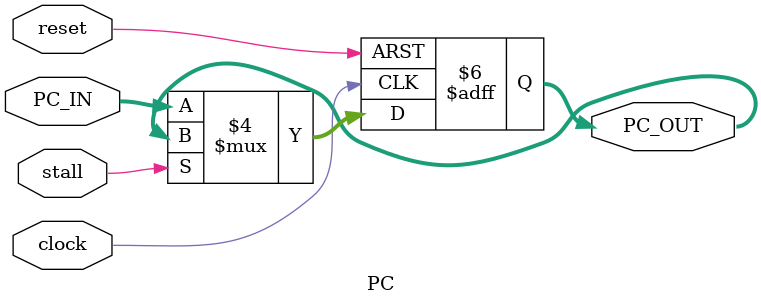
<source format=sv>
module PC (
	input logic [31:0] PC_IN,
	input logic clock,
	input logic reset,
	input logic stall,

	output logic [31:0] PC_OUT
);

always_ff @(posedge clock or negedge reset) begin
	if (!reset)
		PC_OUT <= 32'b0;
	else if (!stall)
		PC_OUT <= PC_IN;
end

endmodule
	
</source>
